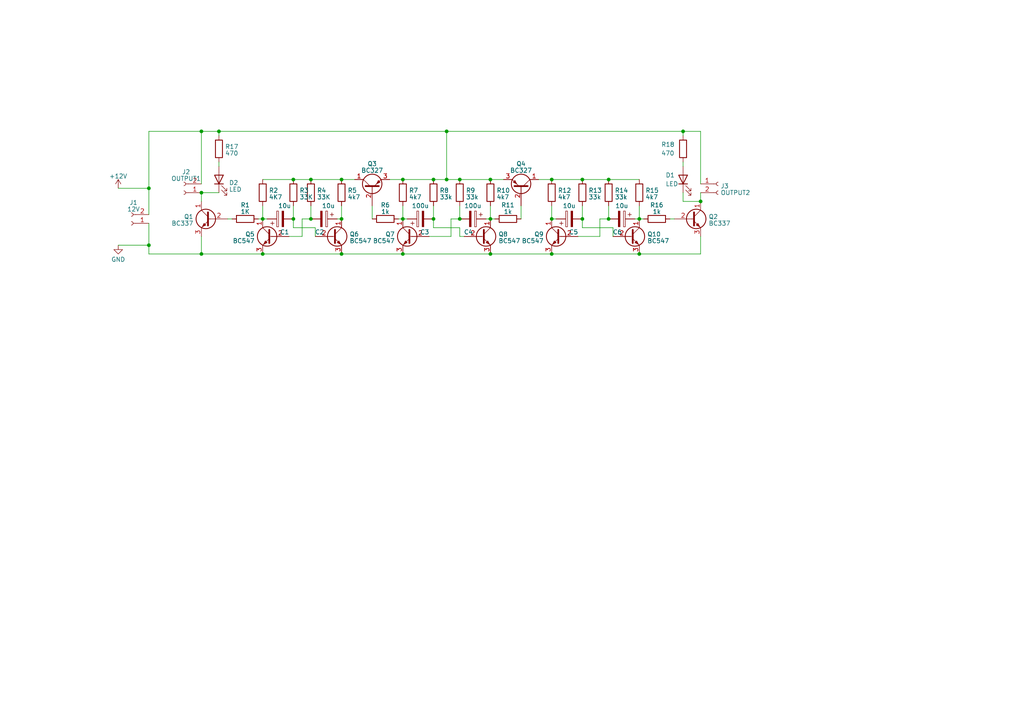
<source format=kicad_sch>
(kicad_sch (version 20230121) (generator eeschema)
  (paper "A4")
  (lib_symbols
    (symbol "Connector:Conn_01x02_Socket" (pin_names (offset 1.016) hide)
      (property "Reference" "J" (at 0 2.54 0))
      (property "Value" "Conn_01x02_Socket" (at 0 -5.08 0))
      (symbol "Conn_01x02_Socket_1_1"
        (arc (start 0 -2.032) (mid -0.5058 -2.54) (end 0 -3.048) (stroke (width 0.1524)))
        (polyline (pts (xy -1.27 -2.54) (xy -0.508 -2.54)) (stroke (width 0.1524)))
        (polyline (pts (xy -1.27 0) (xy -0.508 0)) (stroke (width 0.1524)))
        (arc (start 0 0.508) (mid -0.5058 0) (end 0 -0.508) (stroke (width 0.1524)))
        (pin passive line (at -5.08 0 0) (length 3.81) (name "Pin_1") (number "1"))
        (pin passive line (at -5.08 -2.54 0) (length 3.81) (name "Pin_2") (number "2"))
      )
    )
    (symbol "Device:C_Polarized" (pin_numbers hide) (pin_names (offset 0.254))
      (property "Reference" "C" (at 0.635 2.54 0))
      (property "Value" "C_Polarized" (at 0.635 -2.54 0))
      (symbol "C_Polarized_0_1"
        (rectangle (start -2.286 0.508) (end 2.286 1.016))
        (polyline (pts (xy -1.778 2.286) (xy -0.762 2.286)))
        (polyline (pts (xy -1.27 2.794) (xy -1.27 1.778)))
        (rectangle (start 2.286 -0.508) (end -2.286 -1.016) (fill (type outline)))
      )
      (symbol "C_Polarized_1_1"
        (pin passive line (at 0 3.81 270) (length 2.794) (name "~") (number "1"))
        (pin passive line (at 0 -3.81 90) (length 2.794) (name "~") (number "2"))
      )
    )
    (symbol "Device:LED" (pin_numbers hide) (pin_names (offset 1.016) hide)
      (property "Reference" "D" (at 0 2.54 0))
      (property "Value" "LED" (at 0 -2.54 0))
      (symbol "LED_0_1"
        (polyline (pts (xy -1.27 -1.27) (xy -1.27 1.27)) (stroke (width 0.254)))
        (polyline (pts (xy -1.27 0) (xy 1.27 0)))
        (polyline (pts (xy 1.27 -1.27) (xy 1.27 1.27) (xy -1.27 0) (xy 1.27 -1.27)) (stroke (width 0.254)))
        (polyline (pts (xy -3.048 -0.762) (xy -4.572 -2.286) (xy -3.81 -2.286) (xy -4.572 -2.286) (xy -4.572 -1.524)))
        (polyline (pts (xy -1.778 -0.762) (xy -3.302 -2.286) (xy -2.54 -2.286) (xy -3.302 -2.286) (xy -3.302 -1.524)))
      )
      (symbol "LED_1_1"
        (pin passive line (at -3.81 0 0) (length 2.54) (name "K") (number "1"))
        (pin passive line (at 3.81 0 180) (length 2.54) (name "A") (number "2"))
      )
    )
    (symbol "Device:R" (pin_numbers hide) (pin_names (offset 0))
      (property "Reference" "R" (at 2.032 0 90))
      (property "Value" "R" (at 0 0 90))
      (symbol "R_0_1"
        (rectangle (start -1.016 -2.54) (end 1.016 2.54) (stroke (width 0.254)))
      )
      (symbol "R_1_1"
        (pin passive line (at 0 3.81 270) (length 1.27) (name "~") (number "1"))
        (pin passive line (at 0 -3.81 90) (length 1.27) (name "~") (number "2"))
      )
    )
    (symbol "Transistor_BJT:BC327" (pin_names (offset 0) hide)
      (property "Reference" "Q" (at 5.08 1.905 0))
      (property "Value" "BC327" (at 5.08 0 0))
      (symbol "BC327_0_1"
        (polyline (pts (xy 0.635 0.635) (xy 2.54 2.54)))
        (polyline (pts (xy 0.635 -0.635) (xy 2.54 -2.54) (xy 2.54 -2.54)))
        (polyline (pts (xy 0.635 1.905) (xy 0.635 -1.905) (xy 0.635 -1.905)) (stroke (width 0.508)))
        (polyline (pts (xy 2.286 -1.778) (xy 1.778 -2.286) (xy 1.27 -1.27) (xy 2.286 -1.778) (xy 2.286 -1.778)) (fill (type outline)))
        (circle (center 1.27 0) (radius 2.8194) (stroke (width 0.254)))
      )
      (symbol "BC327_1_1"
        (pin passive line (at 2.54 5.08 270) (length 2.54) (name "C") (number "1"))
        (pin input line (at -5.08 0 0) (length 5.715) (name "B") (number "2"))
        (pin passive line (at 2.54 -5.08 90) (length 2.54) (name "E") (number "3"))
      )
    )
    (symbol "Transistor_BJT:BC337" (pin_names (offset 0) hide)
      (property "Reference" "Q" (at 5.08 1.905 0))
      (property "Value" "BC337" (at 5.08 0 0))
      (symbol "BC337_0_1"
        (polyline (pts (xy 0 0) (xy 0.635 0)))
        (polyline (pts (xy 0.635 0.635) (xy 2.54 2.54)))
        (polyline (pts (xy 0.635 -0.635) (xy 2.54 -2.54) (xy 2.54 -2.54)))
        (polyline (pts (xy 0.635 1.905) (xy 0.635 -1.905) (xy 0.635 -1.905)) (stroke (width 0.508)))
        (polyline (pts (xy 1.27 -1.778) (xy 1.778 -1.27) (xy 2.286 -2.286) (xy 1.27 -1.778) (xy 1.27 -1.778)) (fill (type outline)))
        (circle (center 1.27 0) (radius 2.8194) (stroke (width 0.254)))
      )
      (symbol "BC337_1_1"
        (pin passive line (at 2.54 5.08 270) (length 2.54) (name "C") (number "1"))
        (pin input line (at -5.08 0 0) (length 5.08) (name "B") (number "2"))
        (pin passive line (at 2.54 -5.08 90) (length 2.54) (name "E") (number "3"))
      )
    )
    (symbol "Transistor_BJT:BC547" (pin_names (offset 0) hide)
      (property "Reference" "Q" (at 5.08 1.905 0))
      (property "Value" "BC547" (at 5.08 0 0))
      (symbol "BC547_0_1"
        (polyline (pts (xy 0 0) (xy 0.635 0)))
        (polyline (pts (xy 0.635 0.635) (xy 2.54 2.54)))
        (polyline (pts (xy 0.635 -0.635) (xy 2.54 -2.54) (xy 2.54 -2.54)))
        (polyline (pts (xy 0.635 1.905) (xy 0.635 -1.905) (xy 0.635 -1.905)) (stroke (width 0.508)))
        (polyline (pts (xy 1.27 -1.778) (xy 1.778 -1.27) (xy 2.286 -2.286) (xy 1.27 -1.778) (xy 1.27 -1.778)) (fill (type outline)))
        (circle (center 1.27 0) (radius 2.8194) (stroke (width 0.254)))
      )
      (symbol "BC547_1_1"
        (pin passive line (at 2.54 5.08 270) (length 2.54) (name "C") (number "1"))
        (pin input line (at -5.08 0 0) (length 5.08) (name "B") (number "2"))
        (pin passive line (at 2.54 -5.08 90) (length 2.54) (name "E") (number "3"))
      )
    )
    (symbol "power:+12V" (power) (pin_names (offset 0))
      (property "Value" "+12V" (at 0 3.556 0))
      (symbol "+12V_0_1"
        (polyline (pts (xy -0.762 1.27) (xy 0 2.54)))
        (polyline (pts (xy 0 0) (xy 0 2.54)))
        (polyline (pts (xy 0 2.54) (xy 0.762 1.27)))
      )
      (symbol "+12V_1_1"
        (pin power_in line (at 0 0 90) (length 0) hide (name "+12V") (number "1"))
      )
    )
    (symbol "power:GND" (power) (pin_names (offset 0))
      (property "Value" "GND" (at 0 -3.81 0))
      (symbol "GND_0_1"
        (polyline (pts (xy 0 0) (xy 0 -1.27) (xy 1.27 -1.27) (xy 0 -2.54) (xy -1.27 -1.27) (xy 0 -1.27)))
      )
      (symbol "GND_1_1"
        (pin power_in line (at 0 0 270) (length 0) hide (name "GND") (number "1"))
      )
    )
  )
  (junction (at 160.02 63.5))
  (junction (at 142.24 73.66))
  (junction (at 63.5 38.1))
  (junction (at 99.06 63.5))
  (junction (at 129.54 52.07))
  (junction (at 90.17 63.5))
  (junction (at 116.84 73.66))
  (junction (at 125.73 52.07))
  (junction (at 168.91 52.07))
  (junction (at 58.42 38.1))
  (junction (at 203.2 58.42))
  (junction (at 116.84 52.07))
  (junction (at 99.06 73.66))
  (junction (at 160.02 73.66))
  (junction (at 99.06 52.07))
  (junction (at 76.2 73.66))
  (junction (at 90.17 52.07))
  (junction (at 168.91 63.5))
  (junction (at 76.2 63.5))
  (junction (at 133.35 63.5))
  (junction (at 198.12 38.1))
  (junction (at 142.24 52.07))
  (junction (at 133.35 52.07))
  (junction (at 58.42 55.88))
  (junction (at 85.09 52.07))
  (junction (at 43.18 54.61))
  (junction (at 142.24 63.5))
  (junction (at 58.42 73.66))
  (junction (at 116.84 63.5))
  (junction (at 176.53 52.07))
  (junction (at 185.42 63.5))
  (junction (at 129.54 38.1))
  (junction (at 125.73 63.5))
  (junction (at 176.53 63.5))
  (junction (at 185.42 73.66))
  (junction (at 160.02 52.07))
  (junction (at 43.18 71.12))
  (junction (at 85.09 63.5))
  (wire (pts (xy 185.42 59.69) (xy 185.42 63.5)))
  (wire (pts (xy 151.13 59.69) (xy 151.13 63.5)))
  (wire (pts (xy 85.09 66.04) (xy 91.44 66.04)))
  (wire (pts (xy 58.42 38.1) (xy 63.5 38.1)))
  (wire (pts (xy 203.2 55.88) (xy 203.2 58.42)))
  (wire (pts (xy 58.42 55.88) (xy 58.42 58.42)))
  (wire (pts (xy 198.12 38.1) (xy 198.12 39.37)))
  (wire (pts (xy 87.63 63.5) (xy 90.17 63.5)))
  (wire (pts (xy 173.99 63.5) (xy 176.53 63.5)))
  (wire (pts (xy 85.09 52.07) (xy 90.17 52.07)))
  (wire (pts (xy 198.12 46.99) (xy 198.12 48.26)))
  (wire (pts (xy 43.18 38.1) (xy 58.42 38.1)))
  (wire (pts (xy 203.2 38.1) (xy 203.2 53.34)))
  (wire (pts (xy 124.46 68.58) (xy 130.81 68.58)))
  (wire (pts (xy 115.57 63.5) (xy 116.84 63.5)))
  (wire (pts (xy 156.21 52.07) (xy 160.02 52.07)))
  (wire (pts (xy 43.18 62.23) (xy 43.18 54.61)))
  (wire (pts (xy 91.44 66.04) (xy 91.44 68.58)))
  (wire (pts (xy 43.18 73.66) (xy 58.42 73.66)))
  (wire (pts (xy 34.29 54.61) (xy 43.18 54.61)))
  (wire (pts (xy 125.73 52.07) (xy 129.54 52.07)))
  (wire (pts (xy 76.2 59.69) (xy 76.2 63.5)))
  (wire (pts (xy 90.17 52.07) (xy 99.06 52.07)))
  (wire (pts (xy 87.63 68.58) (xy 87.63 63.5)))
  (wire (pts (xy 142.24 52.07) (xy 146.05 52.07)))
  (wire (pts (xy 116.84 73.66) (xy 142.24 73.66)))
  (wire (pts (xy 198.12 38.1) (xy 203.2 38.1)))
  (wire (pts (xy 116.84 59.69) (xy 116.84 63.5)))
  (wire (pts (xy 97.79 63.5) (xy 99.06 63.5)))
  (wire (pts (xy 90.17 59.69) (xy 90.17 63.5)))
  (wire (pts (xy 43.18 71.12) (xy 43.18 73.66)))
  (wire (pts (xy 134.62 68.58) (xy 133.35 68.58)))
  (wire (pts (xy 107.95 59.69) (xy 107.95 63.5)))
  (wire (pts (xy 125.73 66.04) (xy 125.73 63.5)))
  (wire (pts (xy 133.35 52.07) (xy 142.24 52.07)))
  (wire (pts (xy 58.42 55.88) (xy 63.5 55.88)))
  (wire (pts (xy 99.06 73.66) (xy 116.84 73.66)))
  (wire (pts (xy 83.82 68.58) (xy 87.63 68.58)))
  (wire (pts (xy 129.54 38.1) (xy 198.12 38.1)))
  (wire (pts (xy 63.5 38.1) (xy 129.54 38.1)))
  (wire (pts (xy 76.2 52.07) (xy 85.09 52.07)))
  (wire (pts (xy 58.42 38.1) (xy 58.42 53.34)))
  (wire (pts (xy 113.03 52.07) (xy 116.84 52.07)))
  (wire (pts (xy 177.8 66.04) (xy 168.91 66.04)))
  (wire (pts (xy 198.12 58.42) (xy 203.2 58.42)))
  (wire (pts (xy 160.02 73.66) (xy 185.42 73.66)))
  (wire (pts (xy 116.84 63.5) (xy 118.11 63.5)))
  (wire (pts (xy 173.99 68.58) (xy 173.99 63.5)))
  (wire (pts (xy 168.91 52.07) (xy 176.53 52.07)))
  (wire (pts (xy 198.12 55.88) (xy 198.12 58.42)))
  (wire (pts (xy 63.5 46.99) (xy 63.5 48.26)))
  (wire (pts (xy 194.31 63.5) (xy 195.58 63.5)))
  (wire (pts (xy 116.84 52.07) (xy 125.73 52.07)))
  (wire (pts (xy 203.2 68.58) (xy 203.2 73.66)))
  (wire (pts (xy 76.2 63.5) (xy 77.47 63.5)))
  (wire (pts (xy 168.91 66.04) (xy 168.91 63.5)))
  (wire (pts (xy 129.54 38.1) (xy 129.54 52.07)))
  (wire (pts (xy 168.91 59.69) (xy 168.91 63.5)))
  (wire (pts (xy 142.24 63.5) (xy 143.51 63.5)))
  (wire (pts (xy 140.97 63.5) (xy 142.24 63.5)))
  (wire (pts (xy 58.42 73.66) (xy 76.2 73.66)))
  (wire (pts (xy 203.2 73.66) (xy 185.42 73.66)))
  (wire (pts (xy 76.2 73.66) (xy 99.06 73.66)))
  (wire (pts (xy 43.18 64.77) (xy 43.18 71.12)))
  (wire (pts (xy 176.53 52.07) (xy 185.42 52.07)))
  (wire (pts (xy 99.06 59.69) (xy 99.06 63.5)))
  (wire (pts (xy 185.42 63.5) (xy 186.69 63.5)))
  (wire (pts (xy 58.42 68.58) (xy 58.42 73.66)))
  (wire (pts (xy 63.5 38.1) (xy 63.5 39.37)))
  (wire (pts (xy 125.73 59.69) (xy 125.73 63.5)))
  (wire (pts (xy 177.8 68.58) (xy 177.8 66.04)))
  (wire (pts (xy 160.02 52.07) (xy 168.91 52.07)))
  (wire (pts (xy 167.64 68.58) (xy 173.99 68.58)))
  (wire (pts (xy 142.24 73.66) (xy 160.02 73.66)))
  (wire (pts (xy 184.15 63.5) (xy 185.42 63.5)))
  (wire (pts (xy 130.81 63.5) (xy 133.35 63.5)))
  (wire (pts (xy 85.09 63.5) (xy 85.09 66.04)))
  (wire (pts (xy 129.54 52.07) (xy 133.35 52.07)))
  (wire (pts (xy 160.02 59.69) (xy 160.02 63.5)))
  (wire (pts (xy 133.35 68.58) (xy 133.35 66.04)))
  (wire (pts (xy 133.35 66.04) (xy 125.73 66.04)))
  (wire (pts (xy 99.06 52.07) (xy 102.87 52.07)))
  (wire (pts (xy 85.09 59.69) (xy 85.09 63.5)))
  (wire (pts (xy 34.29 71.12) (xy 43.18 71.12)))
  (wire (pts (xy 176.53 59.69) (xy 176.53 63.5)))
  (wire (pts (xy 74.93 63.5) (xy 76.2 63.5)))
  (wire (pts (xy 43.18 54.61) (xy 43.18 38.1)))
  (wire (pts (xy 160.02 63.5) (xy 161.29 63.5)))
  (wire (pts (xy 133.35 59.69) (xy 133.35 63.5)))
  (wire (pts (xy 66.04 63.5) (xy 67.31 63.5)))
  (wire (pts (xy 130.81 68.58) (xy 130.81 63.5)))
  (wire (pts (xy 142.24 59.69) (xy 142.24 63.5)))
  (symbol (lib_id "Transistor_BJT:BC547") (at 162.56 68.58 0) (mirror y) (unit 1)
    (property "Reference" "Q9" (at 157.7086 67.9363 0) (effects (justify left)))
    (property "Value" "BC547" (at 157.7086 69.8573 0) (effects (justify left)))
    (property "Footprint" "Package_TO_SOT_THT:TO-92_Wide" (effects hide))
    (property "Datasheet" "https://www.onsemi.com/pub/Collateral/BC550-D.pdf" (effects hide))
  )
  (symbol (lib_id "Device:R") (at 190.5 63.5 90) (unit 1)
    (property "Reference" "R16" (at 190.5 59.4741 90))
    (property "Value" "1k" (at 190.5 61.3951 90))
    (property "Footprint" "Resistor_THT:R_Axial_DIN0207_L6.3mm_D2.5mm_P7.62mm_Horizontal" (effects hide))
  )
  (symbol (lib_id "Device:R") (at 116.84 55.88 0) (unit 1)
    (property "Reference" "R7" (at 118.618 55.2363 0) (effects (justify left)))
    (property "Value" "4k7" (at 118.618 57.1573 0) (effects (justify left)))
    (property "Footprint" "Resistor_THT:R_Axial_DIN0207_L6.3mm_D2.5mm_P7.62mm_Horizontal" (effects hide))
  )
  (symbol (lib_id "Device:R") (at 111.76 63.5 90) (unit 1)
    (property "Reference" "R6" (at 111.76 59.4741 90))
    (property "Value" "1k" (at 111.76 61.3951 90))
    (property "Footprint" "Resistor_THT:R_Axial_DIN0207_L6.3mm_D2.5mm_P7.62mm_Horizontal" (effects hide))
  )
  (symbol (lib_id "Device:C_Polarized") (at 165.1 63.5 90) (unit 1)
    (property "Reference" "C5" (at 166.37 67.31 90))
    (property "Value" "10u" (at 165.1 59.69 90))
    (property "Footprint" "Capacitor_THT:CP_Radial_D5.0mm_P2.50mm" (effects hide))
  )
  (symbol (lib_id "Device:R") (at 85.09 55.88 0) (unit 1)
    (property "Reference" "R3" (at 86.868 55.2363 0) (effects (justify left)))
    (property "Value" "33K" (at 86.868 57.1573 0) (effects (justify left)))
    (property "Footprint" "Resistor_THT:R_Axial_DIN0207_L6.3mm_D2.5mm_P7.62mm_Horizontal" (effects hide))
  )
  (symbol (lib_id "Device:R") (at 198.12 43.18 0) (unit 1)
    (property "Reference" "R18" (at 191.77 41.91 0) (effects (justify left)))
    (property "Value" "470" (at 191.77 44.45 0) (effects (justify left)))
    (property "Footprint" "Resistor_THT:R_Axial_DIN0207_L6.3mm_D2.5mm_P7.62mm_Horizontal" (effects hide))
  )
  (symbol (lib_id "Device:LED") (at 63.5 52.07 90) (unit 1)
    (property "Reference" "D2" (at 66.421 53.0138 90) (effects (justify right)))
    (property "Value" "LED" (at 66.421 54.9348 90) (effects (justify right)))
    (property "Footprint" "LED_THT:LED_D8.0mm" (effects hide))
  )
  (symbol (lib_id "Device:R") (at 125.73 55.88 0) (unit 1)
    (property "Reference" "R8" (at 127.508 55.2363 0) (effects (justify left)))
    (property "Value" "33k" (at 127.508 57.1573 0) (effects (justify left)))
    (property "Footprint" "Resistor_THT:R_Axial_DIN0207_L6.3mm_D2.5mm_P7.62mm_Horizontal" (effects hide))
  )
  (symbol (lib_id "Connector:Conn_01x02_Socket") (at 38.1 64.77 180) (unit 1)
    (property "Reference" "J1" (at 38.735 58.7629 0))
    (property "Value" "12V" (at 38.735 60.6839 0))
    (property "Footprint" "Connector_PinHeader_2.54mm:PinHeader_1x02_P2.54mm_Horizontal" (effects hide))
  )
  (symbol (lib_id "Device:R") (at 99.06 55.88 0) (unit 1)
    (property "Reference" "R5" (at 100.838 55.2363 0) (effects (justify left)))
    (property "Value" "4k7" (at 100.838 57.1573 0) (effects (justify left)))
    (property "Footprint" "Resistor_THT:R_Axial_DIN0207_L6.3mm_D2.5mm_P7.62mm_Horizontal" (effects hide))
  )
  (symbol (lib_id "Transistor_BJT:BC327") (at 107.95 54.61 90) (unit 1)
    (property "Reference" "Q3" (at 107.95 47.5107 90))
    (property "Value" "BC327" (at 107.95 49.4317 90))
    (property "Footprint" "Package_TO_SOT_THT:TO-92_Wide" (effects hide))
    (property "Datasheet" "http://www.onsemi.com/pub_link/Collateral/BC327-D.PDF" (effects hide))
  )
  (symbol (lib_id "Device:C_Polarized") (at 93.98 63.5 270) (unit 1)
    (property "Reference" "C2" (at 92.71 67.31 90))
    (property "Value" "10u" (at 95.25 59.69 90))
    (property "Footprint" "Capacitor_THT:CP_Radial_D5.0mm_P2.50mm" (effects hide))
  )
  (symbol (lib_id "Transistor_BJT:BC547") (at 96.52 68.58 0) (unit 1)
    (property "Reference" "Q6" (at 101.3714 67.9363 0) (effects (justify left)))
    (property "Value" "BC547" (at 101.3714 69.8573 0) (effects (justify left)))
    (property "Footprint" "Package_TO_SOT_THT:TO-92_Wide" (effects hide))
    (property "Datasheet" "https://www.onsemi.com/pub/Collateral/BC550-D.pdf" (effects hide))
  )
  (symbol (lib_id "Device:LED") (at 198.12 52.07 90) (unit 1)
    (property "Reference" "D1" (at 193.04 50.8 90) (effects (justify right)))
    (property "Value" "LED" (at 193.04 53.34 90) (effects (justify right)))
    (property "Footprint" "LED_THT:LED_D8.0mm" (effects hide))
  )
  (symbol (lib_id "Transistor_BJT:BC547") (at 119.38 68.58 0) (mirror y) (unit 1)
    (property "Reference" "Q7" (at 114.5286 67.9363 0) (effects (justify left)))
    (property "Value" "BC547" (at 114.5286 69.8573 0) (effects (justify left)))
    (property "Footprint" "Package_TO_SOT_THT:TO-92_Wide" (effects hide))
    (property "Datasheet" "https://www.onsemi.com/pub/Collateral/BC550-D.pdf" (effects hide))
  )
  (symbol (lib_id "Transistor_BJT:BC547") (at 78.74 68.58 0) (mirror y) (unit 1)
    (property "Reference" "Q5" (at 73.8886 67.9363 0) (effects (justify left)))
    (property "Value" "BC547" (at 73.8886 69.8573 0) (effects (justify left)))
    (property "Footprint" "Package_TO_SOT_THT:TO-92_Wide" (effects hide))
    (property "Datasheet" "https://www.onsemi.com/pub/Collateral/BC550-D.pdf" (effects hide))
  )
  (symbol (lib_id "Device:R") (at 63.5 43.18 0) (unit 1)
    (property "Reference" "R17" (at 65.278 42.5363 0) (effects (justify left)))
    (property "Value" "470" (at 65.278 44.4573 0) (effects (justify left)))
    (property "Footprint" "Resistor_THT:R_Axial_DIN0207_L6.3mm_D2.5mm_P7.62mm_Horizontal" (effects hide))
  )
  (symbol (lib_id "Device:R") (at 185.42 55.88 0) (unit 1)
    (property "Reference" "R15" (at 187.198 55.2363 0) (effects (justify left)))
    (property "Value" "4k7" (at 187.198 57.1573 0) (effects (justify left)))
    (property "Footprint" "Resistor_THT:R_Axial_DIN0207_L6.3mm_D2.5mm_P7.62mm_Horizontal" (effects hide))
  )
  (symbol (lib_id "Connector:Conn_01x02_Socket") (at 53.34 55.88 180) (unit 1)
    (property "Reference" "J2" (at 53.975 49.8729 0))
    (property "Value" "OUTPUT1" (at 53.975 51.7939 0))
    (property "Footprint" "TerminalBlock_MetzConnect:TerminalBlock_MetzConnect_Type073_RT02602HBLU_1x02_P5.08mm_Horizontal" (effects hide))
  )
  (symbol (lib_id "Transistor_BJT:BC547") (at 139.7 68.58 0) (unit 1)
    (property "Reference" "Q8" (at 144.5514 67.9363 0) (effects (justify left)))
    (property "Value" "BC547" (at 144.5514 69.8573 0) (effects (justify left)))
    (property "Footprint" "Package_TO_SOT_THT:TO-92_Wide" (effects hide))
    (property "Datasheet" "https://www.onsemi.com/pub/Collateral/BC550-D.pdf" (effects hide))
  )
  (symbol (lib_id "Device:R") (at 76.2 55.88 0) (unit 1)
    (property "Reference" "R2" (at 77.978 55.2363 0) (effects (justify left)))
    (property "Value" "4K7" (at 77.978 57.1573 0) (effects (justify left)))
    (property "Footprint" "Resistor_THT:R_Axial_DIN0207_L6.3mm_D2.5mm_P7.62mm_Horizontal" (effects hide))
  )
  (symbol (lib_id "power:+12V") (at 34.29 54.61 0) (unit 1)
    (property "Reference" "#PWR01" (effects hide))
    (property "Value" "+12V" (at 34.29 51.1081 0))
  )
  (symbol (lib_id "Connector:Conn_01x02_Socket") (at 208.28 53.34 0) (unit 1)
    (property "Reference" "J3" (at 208.9912 53.9663 0) (effects (justify left)))
    (property "Value" "OUTPUT2" (at 208.9912 55.8873 0) (effects (justify left)))
    (property "Footprint" "TerminalBlock_MetzConnect:TerminalBlock_MetzConnect_Type073_RT02602HBLU_1x02_P5.08mm_Horizontal" (effects hide))
  )
  (symbol (lib_id "Device:R") (at 142.24 55.88 0) (unit 1)
    (property "Reference" "R10" (at 144.018 55.2363 0) (effects (justify left)))
    (property "Value" "4k7" (at 144.018 57.1573 0) (effects (justify left)))
    (property "Footprint" "Resistor_THT:R_Axial_DIN0207_L6.3mm_D2.5mm_P7.62mm_Horizontal" (effects hide))
  )
  (symbol (lib_id "Device:C_Polarized") (at 121.92 63.5 90) (unit 1)
    (property "Reference" "C3" (at 123.19 67.31 90))
    (property "Value" "100u" (at 121.92 59.69 90))
    (property "Footprint" "Capacitor_THT:CP_Radial_D8.0mm_P5.00mm" (effects hide))
  )
  (symbol (lib_id "Device:R") (at 147.32 63.5 90) (unit 1)
    (property "Reference" "R11" (at 147.32 59.4741 90))
    (property "Value" "1k" (at 147.32 61.3951 90))
    (property "Footprint" "Resistor_THT:R_Axial_DIN0207_L6.3mm_D2.5mm_P7.62mm_Horizontal" (effects hide))
  )
  (symbol (lib_id "Device:R") (at 160.02 55.88 0) (unit 1)
    (property "Reference" "R12" (at 161.798 55.2363 0) (effects (justify left)))
    (property "Value" "4k7" (at 161.798 57.1573 0) (effects (justify left)))
    (property "Footprint" "Resistor_THT:R_Axial_DIN0207_L6.3mm_D2.5mm_P7.62mm_Horizontal" (effects hide))
  )
  (symbol (lib_id "Device:C_Polarized") (at 81.28 63.5 90) (unit 1)
    (property "Reference" "C1" (at 82.55 67.31 90))
    (property "Value" "10u" (at 82.55 59.69 90))
    (property "Footprint" "Capacitor_THT:CP_Radial_D5.0mm_P2.50mm" (effects hide))
  )
  (symbol (lib_id "Transistor_BJT:BC337") (at 60.96 63.5 0) (mirror y) (unit 1)
    (property "Reference" "Q1" (at 56.1086 62.8563 0) (effects (justify left)))
    (property "Value" "BC337" (at 56.1086 64.7773 0) (effects (justify left)))
    (property "Footprint" "Package_TO_SOT_THT:TO-92_Wide" (effects hide))
    (property "Datasheet" "https://diotec.com/tl_files/diotec/files/pdf/datasheets/bc337.pdf" (effects hide))
  )
  (symbol (lib_id "Transistor_BJT:BC327") (at 151.13 54.61 270) (mirror x) (unit 1)
    (property "Reference" "Q4" (at 151.13 47.5107 90))
    (property "Value" "BC327" (at 151.13 49.4317 90))
    (property "Footprint" "Package_TO_SOT_THT:TO-92_Wide" (effects hide))
    (property "Datasheet" "http://www.onsemi.com/pub_link/Collateral/BC327-D.PDF" (effects hide))
  )
  (symbol (lib_id "Device:R") (at 71.12 63.5 90) (unit 1)
    (property "Reference" "R1" (at 71.12 59.4741 90))
    (property "Value" "1K" (at 71.12 61.3951 90))
    (property "Footprint" "Resistor_THT:R_Axial_DIN0207_L6.3mm_D2.5mm_P7.62mm_Horizontal" (effects hide))
  )
  (symbol (lib_id "Transistor_BJT:BC547") (at 182.88 68.58 0) (unit 1)
    (property "Reference" "Q10" (at 187.7314 67.9363 0) (effects (justify left)))
    (property "Value" "BC547" (at 187.7314 69.8573 0) (effects (justify left)))
    (property "Footprint" "Package_TO_SOT_THT:TO-92_Wide" (effects hide))
    (property "Datasheet" "https://www.onsemi.com/pub/Collateral/BC550-D.pdf" (effects hide))
  )
  (symbol (lib_id "Device:C_Polarized") (at 180.34 63.5 270) (unit 1)
    (property "Reference" "C6" (at 179.07 67.31 90))
    (property "Value" "10u" (at 180.34 59.69 90))
    (property "Footprint" "Capacitor_THT:CP_Radial_D5.0mm_P2.50mm" (effects hide))
  )
  (symbol (lib_id "Transistor_BJT:BC337") (at 200.66 63.5 0) (unit 1)
    (property "Reference" "Q2" (at 205.5114 62.8563 0) (effects (justify left)))
    (property "Value" "BC337" (at 205.5114 64.7773 0) (effects (justify left)))
    (property "Footprint" "Package_TO_SOT_THT:TO-92_Wide" (effects hide))
    (property "Datasheet" "https://diotec.com/tl_files/diotec/files/pdf/datasheets/bc337.pdf" (effects hide))
  )
  (symbol (lib_id "Device:R") (at 168.91 55.88 0) (unit 1)
    (property "Reference" "R13" (at 170.688 55.2363 0) (effects (justify left)))
    (property "Value" "33k" (at 170.688 57.1573 0) (effects (justify left)))
    (property "Footprint" "Resistor_THT:R_Axial_DIN0207_L6.3mm_D2.5mm_P7.62mm_Horizontal" (effects hide))
  )
  (symbol (lib_id "Device:R") (at 176.53 55.88 0) (unit 1)
    (property "Reference" "R14" (at 178.308 55.2363 0) (effects (justify left)))
    (property "Value" "33k" (at 178.308 57.1573 0) (effects (justify left)))
    (property "Footprint" "Resistor_THT:R_Axial_DIN0207_L6.3mm_D2.5mm_P7.62mm_Horizontal" (effects hide))
  )
  (symbol (lib_id "power:GND") (at 34.29 71.12 0) (unit 1)
    (property "Reference" "#PWR02" (effects hide))
    (property "Value" "GND" (at 34.29 75.2555 0))
  )
  (symbol (lib_id "Device:C_Polarized") (at 137.16 63.5 270) (unit 1)
    (property "Reference" "C4" (at 135.89 67.31 90))
    (property "Value" "100u" (at 137.16 59.69 90))
    (property "Footprint" "Capacitor_THT:CP_Radial_D8.0mm_P5.00mm" (effects hide))
  )
  (symbol (lib_id "Device:R") (at 90.17 55.88 0) (unit 1)
    (property "Reference" "R4" (at 91.948 55.2363 0) (effects (justify left)))
    (property "Value" "33K" (at 91.948 57.1573 0) (effects (justify left)))
    (property "Footprint" "Resistor_THT:R_Axial_DIN0207_L6.3mm_D2.5mm_P7.62mm_Horizontal" (effects hide))
  )
  (symbol (lib_id "Device:R") (at 133.35 55.88 0) (unit 1)
    (property "Reference" "R9" (at 135.128 55.2363 0) (effects (justify left)))
    (property "Value" "33k" (at 135.128 57.1573 0) (effects (justify left)))
    (property "Footprint" "Resistor_THT:R_Axial_DIN0207_L6.3mm_D2.5mm_P7.62mm_Horizontal" (effects hide))
  )
)
</source>
